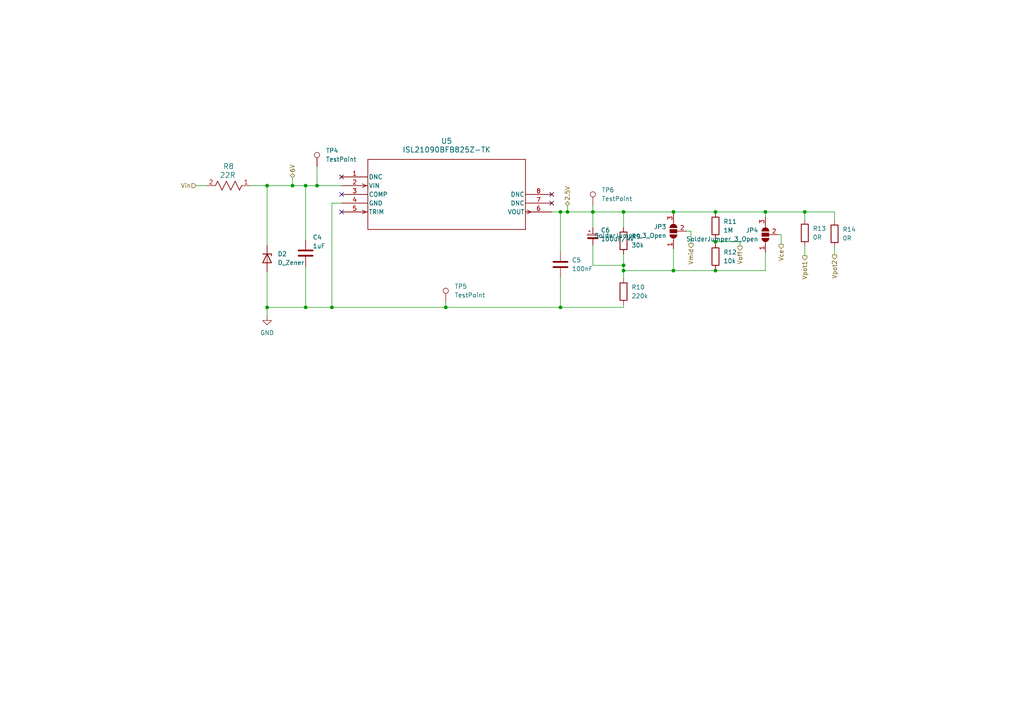
<source format=kicad_sch>
(kicad_sch (version 20231120) (generator "eeschema") (generator_version "8.0")
  (paper "A4")
  (lib_symbols
    (symbol "22R res:CRCW080522R0JNEA" (pin_names (offset 0.254))
      (property "Reference" "R" (at 5.715 3.81 0))
      (property "Value" "CRCW080522R0JNEA" (at 6.35 -3.81 0))
      (symbol "CRCW080522R0JNEA_1_1"
        (polyline (pts (xy 2.54 0) (xy 3.175 1.27)) (stroke (width 0.2032)))
        (polyline (pts (xy 3.175 1.27) (xy 4.445 -1.27)) (stroke (width 0.2032)))
        (polyline (pts (xy 4.445 -1.27) (xy 5.715 1.27)) (stroke (width 0.2032)))
        (polyline (pts (xy 5.715 1.27) (xy 6.985 -1.27)) (stroke (width 0.2032)))
        (polyline (pts (xy 6.985 -1.27) (xy 8.255 1.27)) (stroke (width 0.2032)))
        (polyline (pts (xy 8.255 1.27) (xy 9.525 -1.27)) (stroke (width 0.2032)))
        (polyline (pts (xy 9.525 -1.27) (xy 10.16 0)) (stroke (width 0.2032)))
        (pin unspecified line (at 12.7 0 180) (length 2.54) (name "") (number "1"))
        (pin unspecified line (at 0 0 0) (length 2.54) (name "") (number "2"))
      )
      (symbol "CRCW080522R0JNEA_1_2"
        (polyline (pts (xy -1.27 3.175) (xy 1.27 4.445)) (stroke (width 0.2032)))
        (polyline (pts (xy -1.27 5.715) (xy 1.27 6.985)) (stroke (width 0.2032)))
        (polyline (pts (xy -1.27 8.255) (xy 1.27 9.525)) (stroke (width 0.2032)))
        (polyline (pts (xy 0 2.54) (xy -1.27 3.175)) (stroke (width 0.2032)))
        (polyline (pts (xy 1.27 4.445) (xy -1.27 5.715)) (stroke (width 0.2032)))
        (polyline (pts (xy 1.27 6.985) (xy -1.27 8.255)) (stroke (width 0.2032)))
        (polyline (pts (xy 1.27 9.525) (xy 0 10.16)) (stroke (width 0.2032)))
        (pin unspecified line (at 0 12.7 270) (length 2.54) (name "") (number "1"))
        (pin unspecified line (at 0 0 90) (length 2.54) (name "") (number "2"))
      )
    )
    (symbol "Connector:TestPoint" (pin_numbers hide) (pin_names (offset 0.762) hide)
      (property "Reference" "TP" (at 0 6.858 0))
      (property "Value" "TestPoint" (at 0 5.08 0))
      (symbol "TestPoint_0_1"
        (circle (center 0 3.302) (radius 0.762))
      )
      (symbol "TestPoint_1_1"
        (pin passive line (at 0 0 90) (length 2.54) (name "1") (number "1"))
      )
    )
    (symbol "Device:C" (pin_numbers hide) (pin_names (offset 0.254))
      (property "Reference" "C" (at 0.635 2.54 0))
      (property "Value" "C" (at 0.635 -2.54 0))
      (symbol "C_0_1"
        (polyline (pts (xy -2.032 -0.762) (xy 2.032 -0.762)) (stroke (width 0.508)))
        (polyline (pts (xy -2.032 0.762) (xy 2.032 0.762)) (stroke (width 0.508)))
      )
      (symbol "C_1_1"
        (pin passive line (at 0 3.81 270) (length 2.794) (name "~") (number "1"))
        (pin passive line (at 0 -3.81 90) (length 2.794) (name "~") (number "2"))
      )
    )
    (symbol "Device:C_Polarized_Small" (pin_numbers hide) (pin_names (offset 0.254) hide)
      (property "Reference" "C" (at 0.254 1.778 0))
      (property "Value" "C_Polarized_Small" (at 0.254 -2.032 0))
      (symbol "C_Polarized_Small_0_1"
        (rectangle (start -1.524 -0.3048) (end 1.524 -0.6858) (fill (type outline)))
        (rectangle (start -1.524 0.6858) (end 1.524 0.3048))
        (polyline (pts (xy -1.27 1.524) (xy -0.762 1.524)))
        (polyline (pts (xy -1.016 1.27) (xy -1.016 1.778)))
      )
      (symbol "C_Polarized_Small_1_1"
        (pin passive line (at 0 2.54 270) (length 1.8542) (name "~") (number "1"))
        (pin passive line (at 0 -2.54 90) (length 1.8542) (name "~") (number "2"))
      )
    )
    (symbol "Device:D_Zener" (pin_numbers hide) (pin_names (offset 1.016) hide)
      (property "Reference" "D" (at 0 2.54 0))
      (property "Value" "D_Zener" (at 0 -2.54 0))
      (symbol "D_Zener_0_1"
        (polyline (pts (xy 1.27 0) (xy -1.27 0)))
        (polyline (pts (xy -1.27 -1.27) (xy -1.27 1.27) (xy -0.762 1.27)) (stroke (width 0.254)))
        (polyline (pts (xy 1.27 -1.27) (xy 1.27 1.27) (xy -1.27 0) (xy 1.27 -1.27)) (stroke (width 0.254)))
      )
      (symbol "D_Zener_1_1"
        (pin passive line (at -3.81 0 0) (length 2.54) (name "K") (number "1"))
        (pin passive line (at 3.81 0 180) (length 2.54) (name "A") (number "2"))
      )
    )
    (symbol "Device:R" (pin_numbers hide) (pin_names (offset 0))
      (property "Reference" "R" (at 2.032 0 90))
      (property "Value" "R" (at 0 0 90))
      (symbol "R_0_1"
        (rectangle (start -1.016 -2.54) (end 1.016 2.54) (stroke (width 0.254)))
      )
      (symbol "R_1_1"
        (pin passive line (at 0 3.81 270) (length 1.27) (name "~") (number "1"))
        (pin passive line (at 0 -3.81 90) (length 1.27) (name "~") (number "2"))
      )
    )
    (symbol "Jumper:SolderJumper_3_Open" (pin_names (offset 0) hide) (exclude_from_sim yes) (in_bom no)
      (property "Reference" "JP" (at -2.54 -2.54 0))
      (property "Value" "SolderJumper_3_Open" (at 0 2.794 0))
      (symbol "SolderJumper_3_Open_0_1"
        (arc (start -1.016 1.016) (mid -2.0276 0) (end -1.016 -1.016))
        (arc (start -1.016 1.016) (mid -2.0276 0) (end -1.016 -1.016) (fill (type outline)))
        (rectangle (start -0.508 1.016) (end 0.508 -1.016) (fill (type outline)))
        (polyline (pts (xy -2.54 0) (xy -2.032 0)))
        (polyline (pts (xy -1.016 1.016) (xy -1.016 -1.016)))
        (polyline (pts (xy 0 -1.27) (xy 0 -1.016)))
        (polyline (pts (xy 1.016 1.016) (xy 1.016 -1.016)))
        (polyline (pts (xy 2.54 0) (xy 2.032 0)))
        (arc (start 1.016 -1.016) (mid 2.0276 0) (end 1.016 1.016))
        (arc (start 1.016 -1.016) (mid 2.0276 0) (end 1.016 1.016) (fill (type outline)))
      )
      (symbol "SolderJumper_3_Open_1_1"
        (pin passive line (at -5.08 0 0) (length 2.54) (name "A") (number "1"))
        (pin passive line (at 0 -3.81 90) (length 2.54) (name "C") (number "2"))
        (pin passive line (at 5.08 0 180) (length 2.54) (name "B") (number "3"))
      )
    )
    (symbol "VR ISL21090 BFZ25:ISL21090BFB825Z-TK" (pin_names (offset 0.254))
      (property "Reference" "U" (at 30.48 10.16 0))
      (property "Value" "ISL21090BFB825Z-TK" (at 30.48 7.62 0))
      (symbol "ISL21090BFB825Z-TK_0_1"
        (polyline (pts (xy 7.0993 -10.16) (xy 6.0579 -10.6807)) (stroke (width 0.2032)))
        (polyline (pts (xy 7.0993 -10.16) (xy 6.0579 -9.6393)) (stroke (width 0.2032)))
        (polyline (pts (xy 7.0993 -2.54) (xy 6.0579 -3.0607)) (stroke (width 0.2032)))
        (polyline (pts (xy 7.0993 -2.54) (xy 6.0579 -2.0193)) (stroke (width 0.2032)))
        (polyline (pts (xy 7.62 -15.24) (xy 53.34 -15.24)) (stroke (width 0.2032)))
        (polyline (pts (xy 7.62 5.08) (xy 7.62 -15.24)) (stroke (width 0.2032)))
        (polyline (pts (xy 53.34 -15.24) (xy 53.34 5.08)) (stroke (width 0.2032)))
        (polyline (pts (xy 53.34 5.08) (xy 7.62 5.08)) (stroke (width 0.2032)))
        (polyline (pts (xy 53.8607 -10.6807) (xy 54.9021 -10.16)) (stroke (width 0.2032)))
        (polyline (pts (xy 53.8607 -9.6393) (xy 54.9021 -10.16)) (stroke (width 0.2032)))
        (pin no_connect line (at 0 0 0) (length 7.62) (name "DNC") (number "1"))
        (pin input line (at 0 -2.54 0) (length 7.62) (name "VIN") (number "2"))
        (pin unspecified line (at 0 -5.08 0) (length 7.62) (name "COMP") (number "3"))
        (pin power_in line (at 0 -7.62 0) (length 7.62) (name "GND") (number "4"))
        (pin input line (at 0 -10.16 0) (length 7.62) (name "TRIM") (number "5"))
        (pin output line (at 60.96 -10.16 180) (length 7.62) (name "VOUT") (number "6"))
        (pin no_connect line (at 60.96 -7.62 180) (length 7.62) (name "DNC") (number "7"))
        (pin no_connect line (at 60.96 -5.08 180) (length 7.62) (name "DNC") (number "8"))
      )
    )
    (symbol "power:GND" (power) (pin_numbers hide) (pin_names (offset 0) hide)
      (property "Value" "GND" (at 0 -3.81 0))
      (symbol "GND_0_1"
        (polyline (pts (xy 0 0) (xy 0 -1.27) (xy 1.27 -1.27) (xy 0 -2.54) (xy -1.27 -1.27) (xy 0 -1.27)))
      )
      (symbol "GND_1_1"
        (pin power_in line (at 0 0 270) (length 0) (name "~") (number "1"))
      )
    )
  )
  (junction (at 180.848 76.962))
  (junction (at 84.836 53.848))
  (junction (at 233.426 61.468))
  (junction (at 91.948 53.848))
  (junction (at 207.518 61.468))
  (junction (at 129.286 89.154))
  (junction (at 180.848 78.486))
  (junction (at 195.326 61.468))
  (junction (at 221.996 61.468))
  (junction (at 77.47 89.154))
  (junction (at 207.518 78.486))
  (junction (at 164.592 61.468))
  (junction (at 96.266 89.154))
  (junction (at 88.646 89.154))
  (junction (at 180.848 61.468))
  (junction (at 162.56 61.468))
  (junction (at 88.646 53.848))
  (junction (at 171.958 61.468))
  (junction (at 195.326 78.486))
  (junction (at 207.518 70.104))
  (junction (at 162.56 89.154))
  (junction (at 77.47 53.848))
  (no_connect (at 99.06 61.468))
  (no_connect (at 160.02 58.928))
  (no_connect (at 99.06 51.308))
  (no_connect (at 160.02 56.388))
  (no_connect (at 99.06 56.388))
  (wire (pts (xy 91.948 48.26) (xy 91.948 53.848)))
  (wire (pts (xy 221.996 61.468) (xy 221.996 62.992)))
  (wire (pts (xy 207.518 70.104) (xy 207.518 70.612)))
  (wire (pts (xy 162.56 80.518) (xy 162.56 89.154)))
  (wire (pts (xy 233.426 74.168) (xy 233.426 71.374)))
  (wire (pts (xy 162.56 61.468) (xy 162.56 72.898)))
  (wire (pts (xy 180.848 78.486) (xy 195.326 78.486)))
  (wire (pts (xy 221.996 78.486) (xy 221.996 73.152)))
  (wire (pts (xy 171.958 71.12) (xy 171.958 76.962)))
  (wire (pts (xy 195.326 61.468) (xy 207.518 61.468)))
  (wire (pts (xy 77.47 89.154) (xy 88.646 89.154)))
  (wire (pts (xy 207.518 69.342) (xy 207.518 70.104)))
  (wire (pts (xy 207.518 78.486) (xy 221.996 78.486)))
  (wire (pts (xy 164.592 61.468) (xy 164.592 59.69)))
  (wire (pts (xy 88.646 89.154) (xy 96.266 89.154)))
  (wire (pts (xy 207.518 70.104) (xy 214.63 70.104)))
  (wire (pts (xy 96.266 89.154) (xy 129.286 89.154)))
  (wire (pts (xy 171.958 61.468) (xy 180.848 61.468)))
  (wire (pts (xy 162.56 61.468) (xy 164.592 61.468)))
  (wire (pts (xy 242.062 73.914) (xy 242.062 71.628)))
  (wire (pts (xy 233.426 61.468) (xy 242.062 61.468)))
  (wire (pts (xy 129.286 87.63) (xy 129.286 89.154)))
  (wire (pts (xy 200.406 70.612) (xy 200.406 67.056)))
  (wire (pts (xy 77.47 91.694) (xy 77.47 89.154)))
  (wire (pts (xy 77.47 53.848) (xy 84.836 53.848)))
  (wire (pts (xy 207.518 61.468) (xy 207.518 61.722)))
  (wire (pts (xy 88.646 53.848) (xy 88.646 69.596)))
  (wire (pts (xy 214.63 70.104) (xy 214.63 71.374)))
  (wire (pts (xy 207.518 78.232) (xy 207.518 78.486)))
  (wire (pts (xy 171.958 61.468) (xy 171.958 59.69)))
  (wire (pts (xy 88.646 89.154) (xy 88.646 77.216)))
  (wire (pts (xy 180.848 61.468) (xy 180.848 66.04)))
  (wire (pts (xy 226.568 70.866) (xy 226.568 68.072)))
  (wire (pts (xy 96.266 58.928) (xy 99.06 58.928)))
  (wire (pts (xy 180.848 61.468) (xy 195.326 61.468)))
  (wire (pts (xy 180.848 89.154) (xy 180.848 88.392)))
  (wire (pts (xy 207.518 61.468) (xy 221.996 61.468)))
  (wire (pts (xy 200.406 67.056) (xy 199.136 67.056)))
  (wire (pts (xy 77.47 89.154) (xy 77.47 78.74)))
  (wire (pts (xy 242.062 61.468) (xy 242.062 64.008)))
  (wire (pts (xy 160.02 61.468) (xy 162.56 61.468)))
  (wire (pts (xy 195.326 61.468) (xy 195.326 61.976)))
  (wire (pts (xy 195.326 78.486) (xy 207.518 78.486)))
  (wire (pts (xy 233.426 61.468) (xy 221.996 61.468)))
  (wire (pts (xy 233.426 63.754) (xy 233.426 61.468)))
  (wire (pts (xy 91.948 53.848) (xy 99.06 53.848)))
  (wire (pts (xy 162.56 89.154) (xy 180.848 89.154)))
  (wire (pts (xy 84.836 53.848) (xy 88.646 53.848)))
  (wire (pts (xy 56.896 53.848) (xy 59.944 53.848)))
  (wire (pts (xy 180.848 78.486) (xy 180.848 80.772)))
  (wire (pts (xy 164.592 61.468) (xy 171.958 61.468)))
  (wire (pts (xy 72.644 53.848) (xy 77.47 53.848)))
  (wire (pts (xy 129.286 89.154) (xy 162.56 89.154)))
  (wire (pts (xy 180.848 73.66) (xy 180.848 76.962)))
  (wire (pts (xy 180.848 76.962) (xy 180.848 78.486)))
  (wire (pts (xy 96.266 58.928) (xy 96.266 89.154)))
  (wire (pts (xy 226.568 68.072) (xy 225.806 68.072)))
  (wire (pts (xy 88.646 53.848) (xy 91.948 53.848)))
  (wire (pts (xy 84.836 53.848) (xy 84.836 51.562)))
  (wire (pts (xy 195.326 72.136) (xy 195.326 78.486)))
  (wire (pts (xy 77.47 53.848) (xy 77.47 71.12)))
  (wire (pts (xy 171.958 76.962) (xy 180.848 76.962)))
  (wire (pts (xy 171.958 66.04) (xy 171.958 61.468)))
  (hierarchical_label "Vin" (shape input) (at 56.896 53.848 180))
  (hierarchical_label "Vmid" (shape output) (at 200.406 70.612 270))
  (hierarchical_label "Vpot2" (shape output) (at 242.062 73.914 270))
  (hierarchical_label "Voff" (shape output) (at 214.63 71.374 270))
  (hierarchical_label "6V" (shape bidirectional) (at 84.836 51.562 90))
  (hierarchical_label "Vce" (shape output) (at 226.568 70.866 270))
  (hierarchical_label "2.5V" (shape bidirectional) (at 164.592 59.69 90))
  (hierarchical_label "Vpot1" (shape output) (at 233.426 74.168 270))
  (symbol (lib_id "Device:D_Zener") (at 77.47 74.93 270) (unit 1)
    (property "Reference" "D2" (at 80.518 73.6599 90) (effects (justify left)))
    (property "Value" "D_Zener" (at 80.518 76.1999 90) (effects (justify left)))
    (property "Footprint" "Diode_SMD:D_MiniMELF" (effects (hide yes)))
    (property "Description" "Zener diode" (effects (hide yes)))
  )
  (symbol (lib_id "Jumper:SolderJumper_3_Open") (at 221.996 68.072 90) (unit 1) (exclude_from_sim yes) (in_bom no)
    (property "Reference" "JP4" (at 219.964 66.8019 90) (effects (justify left)))
    (property "Value" "SolderJumper_3_Open" (at 219.964 69.3419 90) (effects (justify left)))
    (property "Footprint" "Jumper:SolderJumper-3_P1.3mm_Open_Pad1.0x1.5mm" (effects (hide yes)))
    (property "Description" "Solder Jumper, 3-pole, open" (effects (hide yes)))
  )
  (symbol (lib_id "Device:R") (at 242.062 67.818 0) (unit 1)
    (property "Reference" "R14" (at 244.348 66.5479 0) (effects (justify left)))
    (property "Value" "0R" (at 244.348 69.0879 0) (effects (justify left)))
    (property "Footprint" "Resistor_SMD:R_0603_1608Metric" (effects (hide yes)))
    (property "Description" "Resistor" (effects (hide yes)))
  )
  (symbol (lib_id "22R res:CRCW080522R0JNEA") (at 59.944 53.848 0) (unit 1)
    (property "Reference" "R8" (at 66.294 48.26 0) (effects (font (size 1.524 1.524))))
    (property "Value" "22R" (at 66.04 50.8 0) (effects (font (size 1.524 1.524))))
    (property "Footprint" "Resistor_SMD:R_0603_1608Metric" (effects (hide yes)))
    (property "Datasheet" "CRCW080522R0JNEA" (effects (hide yes)))
  )
  (symbol (lib_id "Device:R") (at 233.426 67.564 0) (unit 1)
    (property "Reference" "R13" (at 235.712 66.2939 0) (effects (justify left)))
    (property "Value" "0R" (at 235.712 68.8339 0) (effects (justify left)))
    (property "Footprint" "Resistor_SMD:R_0603_1608Metric" (effects (hide yes)))
    (property "Description" "Resistor" (effects (hide yes)))
  )
  (symbol (lib_id "Connector:TestPoint") (at 171.958 59.69 0) (unit 1)
    (property "Reference" "TP6" (at 174.498 55.1179 0) (effects (justify left)))
    (property "Value" "TestPoint" (at 174.498 57.6579 0) (effects (justify left)))
    (property "Footprint" "TestPoint:TestPoint_Pad_1.5x1.5mm" (effects (hide yes)))
    (property "Description" "test point" (effects (hide yes)))
  )
  (symbol (lib_id "Device:R") (at 207.518 74.422 0) (unit 1)
    (property "Reference" "R12" (at 209.804 73.1519 0) (effects (justify left)))
    (property "Value" "10k" (at 209.804 75.6919 0) (effects (justify left)))
    (property "Footprint" "Resistor_SMD:R_0603_1608Metric" (effects (hide yes)))
    (property "Description" "Resistor" (effects (hide yes)))
  )
  (symbol (lib_id "Device:R") (at 180.848 84.582 0) (unit 1)
    (property "Reference" "R10" (at 183.134 83.3119 0) (effects (justify left)))
    (property "Value" "220k" (at 183.134 85.8519 0) (effects (justify left)))
    (property "Footprint" "Resistor_SMD:R_0603_1608Metric" (effects (hide yes)))
    (property "Description" "Resistor" (effects (hide yes)))
  )
  (symbol (lib_id "Device:C") (at 88.646 73.406 0) (unit 1)
    (property "Reference" "C4" (at 90.678 68.834 0) (effects (justify left)))
    (property "Value" "1uF" (at 90.678 71.374 0) (effects (justify left)))
    (property "Footprint" "Capacitor_SMD:C_0603_1608Metric" (effects (hide yes)))
    (property "Description" "Unpolarized capacitor" (effects (hide yes)))
  )
  (symbol (lib_id "Device:R") (at 180.848 69.85 0) (unit 1)
    (property "Reference" "R9" (at 183.134 68.5799 0) (effects (justify left)))
    (property "Value" "30k" (at 183.134 71.1199 0) (effects (justify left)))
    (property "Footprint" "Resistor_SMD:R_0603_1608Metric" (effects (hide yes)))
    (property "Description" "Resistor" (effects (hide yes)))
  )
  (symbol (lib_id "power:GND") (at 77.47 91.694 0) (unit 1)
    (property "Reference" "#PWR05" (effects (hide yes)))
    (property "Value" "GND" (at 77.47 96.52 0))
    (property "Description" "Power symbol creates a global label with name \"GND\" , ground" (effects (hide yes)))
  )
  (symbol (lib_id "Jumper:SolderJumper_3_Open") (at 195.326 67.056 90) (unit 1) (exclude_from_sim yes) (in_bom no)
    (property "Reference" "JP3" (at 193.294 65.7859 90) (effects (justify left)))
    (property "Value" "SolderJumper_3_Open" (at 193.294 68.3259 90) (effects (justify left)))
    (property "Footprint" "Jumper:SolderJumper-3_P1.3mm_Open_Pad1.0x1.5mm" (effects (hide yes)))
    (property "Description" "Solder Jumper, 3-pole, open" (effects (hide yes)))
  )
  (symbol (lib_id "Connector:TestPoint") (at 129.286 87.63 0) (unit 1)
    (property "Reference" "TP5" (at 131.826 83.0579 0) (effects (justify left)))
    (property "Value" "TestPoint" (at 131.826 85.5979 0) (effects (justify left)))
    (property "Footprint" "TestPoint:TestPoint_Pad_1.5x1.5mm" (effects (hide yes)))
    (property "Description" "test point" (effects (hide yes)))
  )
  (symbol (lib_id "Device:C") (at 162.56 76.708 0) (unit 1)
    (property "Reference" "C5" (at 165.862 75.4379 0) (effects (justify left)))
    (property "Value" "100nF" (at 165.862 77.9779 0) (effects (justify left)))
    (property "Footprint" "Capacitor_SMD:C_0603_1608Metric" (effects (hide yes)))
    (property "Description" "Unpolarized capacitor" (effects (hide yes)))
  )
  (symbol (lib_id "Connector:TestPoint") (at 91.948 48.26 0) (unit 1)
    (property "Reference" "TP4" (at 94.488 43.6879 0) (effects (justify left)))
    (property "Value" "TestPoint" (at 94.488 46.2279 0) (effects (justify left)))
    (property "Footprint" "TestPoint:TestPoint_Pad_1.5x1.5mm" (effects (hide yes)))
    (property "Description" "test point" (effects (hide yes)))
  )
  (symbol (lib_id "Device:R") (at 207.518 65.532 0) (unit 1)
    (property "Reference" "R11" (at 209.804 64.2619 0) (effects (justify left)))
    (property "Value" "1M" (at 209.804 66.8019 0) (effects (justify left)))
    (property "Footprint" "Resistor_SMD:R_0603_1608Metric" (effects (hide yes)))
    (property "Description" "Resistor" (effects (hide yes)))
  )
  (symbol (lib_id "Device:C_Polarized_Small") (at 171.958 68.58 0) (unit 1)
    (property "Reference" "C6" (at 174.244 66.7638 0) (effects (justify left)))
    (property "Value" "100uF/4V" (at 174.244 69.3038 0) (effects (justify left)))
    (property "Footprint" "Capacitor_Tantalum_SMD:CP_EIA-3528-12_Kemet-T" (effects (hide yes)))
    (property "Description" "Polarized capacitor, small symbol" (effects (hide yes)))
  )
  (symbol (lib_id "VR ISL21090 BFZ25:ISL21090BFB825Z-TK") (at 99.06 51.308 0) (unit 1)
    (property "Reference" "U5" (at 129.54 40.894 0) (effects (font (size 1.524 1.524))))
    (property "Value" "ISL21090BFB825Z-TK" (at 129.54 43.434 0) (effects (font (size 1.524 1.524))))
    (property "Footprint" "VR ISL21090 BFZ25:M8_15_INR" (effects (hide yes)))
    (property "Datasheet" "ISL21090BFB825Z-TK" (effects (hide yes)))
  )
)
</source>
